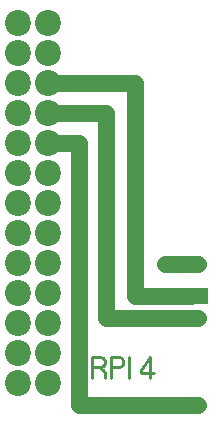
<source format=gbr>
%FSLAX34Y34*%
%MOMM*%
%LNCOPPER_BOTTOM*%
G71*
G01*
%ADD10C,2.200*%
%ADD11C,0.222*%
%ADD12C,1.400*%
%LPD*%
X40088Y32124D02*
G54D10*
D03*
X40088Y57524D02*
G54D10*
D03*
X40088Y82924D02*
G54D10*
D03*
X40088Y108324D02*
G54D10*
D03*
X40088Y133724D02*
G54D10*
D03*
X40088Y159124D02*
G54D10*
D03*
X40088Y184524D02*
G54D10*
D03*
X40088Y209924D02*
G54D10*
D03*
X40088Y235324D02*
G54D10*
D03*
X40088Y260724D02*
G54D10*
D03*
X40088Y286124D02*
G54D10*
D03*
X40088Y311524D02*
G54D10*
D03*
X40088Y336924D02*
G54D10*
D03*
X14688Y32124D02*
G54D10*
D03*
X14688Y57524D02*
G54D10*
D03*
X14688Y82924D02*
G54D10*
D03*
X14688Y108324D02*
G54D10*
D03*
X14688Y133724D02*
G54D10*
D03*
X14688Y159124D02*
G54D10*
D03*
X14688Y184524D02*
G54D10*
D03*
X14688Y209924D02*
G54D10*
D03*
X14688Y235324D02*
G54D10*
D03*
X14688Y260724D02*
G54D10*
D03*
X14688Y286124D02*
G54D10*
D03*
X14688Y311524D02*
G54D10*
D03*
X14688Y336924D02*
G54D10*
D03*
G54D11*
X82727Y44914D02*
X86727Y42692D01*
X88060Y40470D01*
X88060Y36025D01*
G54D11*
X77394Y36025D02*
X77394Y53803D01*
X84060Y53803D01*
X86727Y52692D01*
X88060Y50470D01*
X88060Y48247D01*
X86727Y46025D01*
X84060Y44914D01*
X77394Y44914D01*
G54D11*
X92950Y36025D02*
X92950Y53803D01*
X99616Y53803D01*
X102283Y52692D01*
X103616Y50470D01*
X103616Y48247D01*
X102283Y46025D01*
X99616Y44914D01*
X92950Y44914D01*
G54D11*
X108506Y36025D02*
X108506Y53803D01*
G54D11*
X126550Y36025D02*
X126550Y53803D01*
X118550Y42692D01*
X118550Y40470D01*
X129217Y40470D01*
G54D12*
X40088Y286124D02*
X113506Y286104D01*
X113486Y105546D01*
X160978Y105546D01*
G54D12*
X138708Y132647D02*
X160184Y132136D01*
G54D12*
X40088Y235324D02*
X66278Y235304D01*
X66278Y13450D01*
X160181Y13450D01*
G54D12*
X40088Y260724D02*
X88900Y260704D01*
X89297Y86475D01*
X160181Y86475D01*
G54D12*
X153181Y86475D02*
X167181Y86475D01*
G54D12*
X153184Y132136D02*
X167184Y132136D01*
G54D12*
X153181Y13450D02*
X167181Y13450D01*
G36*
X146978Y112546D02*
X174978Y112546D01*
X174978Y98546D01*
X146978Y98546D01*
X146978Y112546D01*
G37*
M02*

</source>
